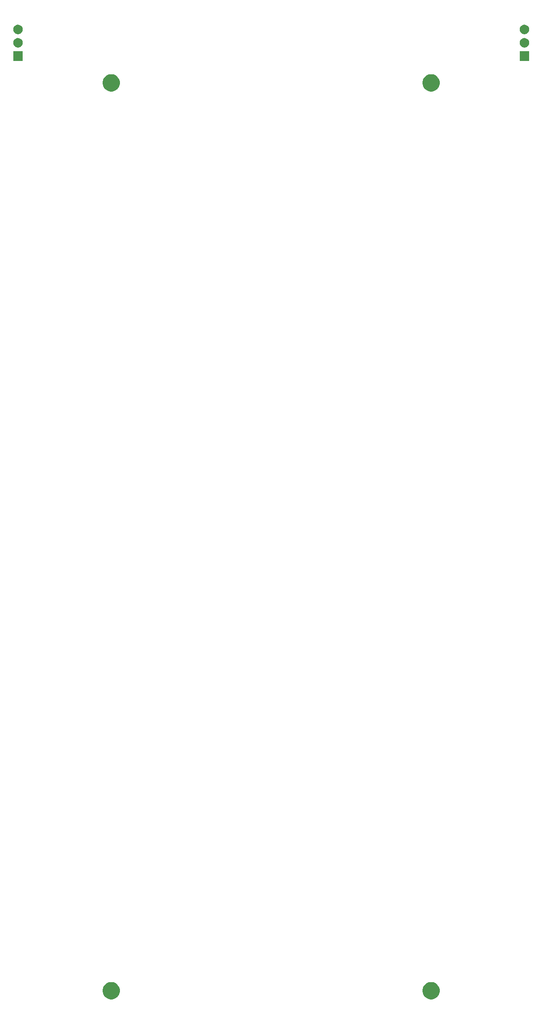
<source format=gbr>
G04 #@! TF.GenerationSoftware,KiCad,Pcbnew,(5.1.5)-3*
G04 #@! TF.CreationDate,2020-10-28T14:02:02+01:00*
G04 #@! TF.ProjectId,7segment,37736567-6d65-46e7-942e-6b696361645f,rev?*
G04 #@! TF.SameCoordinates,Original*
G04 #@! TF.FileFunction,Soldermask,Bot*
G04 #@! TF.FilePolarity,Negative*
%FSLAX46Y46*%
G04 Gerber Fmt 4.6, Leading zero omitted, Abs format (unit mm)*
G04 Created by KiCad (PCBNEW (5.1.5)-3) date 2020-10-28 14:02:02*
%MOMM*%
%LPD*%
G04 APERTURE LIST*
%ADD10C,0.100000*%
G04 APERTURE END LIST*
D10*
G36*
X63875256Y-201591298D02*
G01*
X63981579Y-201612447D01*
X64282042Y-201736903D01*
X64552451Y-201917585D01*
X64782415Y-202147549D01*
X64963097Y-202417958D01*
X65087553Y-202718421D01*
X65151000Y-203037391D01*
X65151000Y-203362609D01*
X65087553Y-203681579D01*
X64963097Y-203982042D01*
X64782415Y-204252451D01*
X64552451Y-204482415D01*
X64282042Y-204663097D01*
X63981579Y-204787553D01*
X63875256Y-204808702D01*
X63662611Y-204851000D01*
X63337389Y-204851000D01*
X63124744Y-204808702D01*
X63018421Y-204787553D01*
X62717958Y-204663097D01*
X62447549Y-204482415D01*
X62217585Y-204252451D01*
X62036903Y-203982042D01*
X61912447Y-203681579D01*
X61849000Y-203362609D01*
X61849000Y-203037391D01*
X61912447Y-202718421D01*
X62036903Y-202417958D01*
X62217585Y-202147549D01*
X62447549Y-201917585D01*
X62717958Y-201736903D01*
X63018421Y-201612447D01*
X63124744Y-201591298D01*
X63337389Y-201549000D01*
X63662611Y-201549000D01*
X63875256Y-201591298D01*
G37*
G36*
X124835256Y-201591298D02*
G01*
X124941579Y-201612447D01*
X125242042Y-201736903D01*
X125512451Y-201917585D01*
X125742415Y-202147549D01*
X125923097Y-202417958D01*
X126047553Y-202718421D01*
X126111000Y-203037391D01*
X126111000Y-203362609D01*
X126047553Y-203681579D01*
X125923097Y-203982042D01*
X125742415Y-204252451D01*
X125512451Y-204482415D01*
X125242042Y-204663097D01*
X124941579Y-204787553D01*
X124835256Y-204808702D01*
X124622611Y-204851000D01*
X124297389Y-204851000D01*
X124084744Y-204808702D01*
X123978421Y-204787553D01*
X123677958Y-204663097D01*
X123407549Y-204482415D01*
X123177585Y-204252451D01*
X122996903Y-203982042D01*
X122872447Y-203681579D01*
X122809000Y-203362609D01*
X122809000Y-203037391D01*
X122872447Y-202718421D01*
X122996903Y-202417958D01*
X123177585Y-202147549D01*
X123407549Y-201917585D01*
X123677958Y-201736903D01*
X123978421Y-201612447D01*
X124084744Y-201591298D01*
X124297389Y-201549000D01*
X124622611Y-201549000D01*
X124835256Y-201591298D01*
G37*
G36*
X63875256Y-28871298D02*
G01*
X63981579Y-28892447D01*
X64282042Y-29016903D01*
X64552451Y-29197585D01*
X64782415Y-29427549D01*
X64963097Y-29697958D01*
X65087553Y-29998421D01*
X65151000Y-30317391D01*
X65151000Y-30642609D01*
X65087553Y-30961579D01*
X64963097Y-31262042D01*
X64782415Y-31532451D01*
X64552451Y-31762415D01*
X64282042Y-31943097D01*
X63981579Y-32067553D01*
X63875256Y-32088702D01*
X63662611Y-32131000D01*
X63337389Y-32131000D01*
X63124744Y-32088702D01*
X63018421Y-32067553D01*
X62717958Y-31943097D01*
X62447549Y-31762415D01*
X62217585Y-31532451D01*
X62036903Y-31262042D01*
X61912447Y-30961579D01*
X61849000Y-30642609D01*
X61849000Y-30317391D01*
X61912447Y-29998421D01*
X62036903Y-29697958D01*
X62217585Y-29427549D01*
X62447549Y-29197585D01*
X62717958Y-29016903D01*
X63018421Y-28892447D01*
X63124744Y-28871298D01*
X63337389Y-28829000D01*
X63662611Y-28829000D01*
X63875256Y-28871298D01*
G37*
G36*
X124835256Y-28871298D02*
G01*
X124941579Y-28892447D01*
X125242042Y-29016903D01*
X125512451Y-29197585D01*
X125742415Y-29427549D01*
X125923097Y-29697958D01*
X126047553Y-29998421D01*
X126111000Y-30317391D01*
X126111000Y-30642609D01*
X126047553Y-30961579D01*
X125923097Y-31262042D01*
X125742415Y-31532451D01*
X125512451Y-31762415D01*
X125242042Y-31943097D01*
X124941579Y-32067553D01*
X124835256Y-32088702D01*
X124622611Y-32131000D01*
X124297389Y-32131000D01*
X124084744Y-32088702D01*
X123978421Y-32067553D01*
X123677958Y-31943097D01*
X123407549Y-31762415D01*
X123177585Y-31532451D01*
X122996903Y-31262042D01*
X122872447Y-30961579D01*
X122809000Y-30642609D01*
X122809000Y-30317391D01*
X122872447Y-29998421D01*
X122996903Y-29697958D01*
X123177585Y-29427549D01*
X123407549Y-29197585D01*
X123677958Y-29016903D01*
X123978421Y-28892447D01*
X124084744Y-28871298D01*
X124297389Y-28829000D01*
X124622611Y-28829000D01*
X124835256Y-28871298D01*
G37*
G36*
X46621000Y-26301000D02*
G01*
X44819000Y-26301000D01*
X44819000Y-24499000D01*
X46621000Y-24499000D01*
X46621000Y-26301000D01*
G37*
G36*
X143141000Y-26301000D02*
G01*
X141339000Y-26301000D01*
X141339000Y-24499000D01*
X143141000Y-24499000D01*
X143141000Y-26301000D01*
G37*
G36*
X45833512Y-21963927D02*
G01*
X45982812Y-21993624D01*
X46146784Y-22061544D01*
X46294354Y-22160147D01*
X46419853Y-22285646D01*
X46518456Y-22433216D01*
X46586376Y-22597188D01*
X46621000Y-22771259D01*
X46621000Y-22948741D01*
X46586376Y-23122812D01*
X46518456Y-23286784D01*
X46419853Y-23434354D01*
X46294354Y-23559853D01*
X46146784Y-23658456D01*
X45982812Y-23726376D01*
X45833512Y-23756073D01*
X45808742Y-23761000D01*
X45631258Y-23761000D01*
X45606488Y-23756073D01*
X45457188Y-23726376D01*
X45293216Y-23658456D01*
X45145646Y-23559853D01*
X45020147Y-23434354D01*
X44921544Y-23286784D01*
X44853624Y-23122812D01*
X44819000Y-22948741D01*
X44819000Y-22771259D01*
X44853624Y-22597188D01*
X44921544Y-22433216D01*
X45020147Y-22285646D01*
X45145646Y-22160147D01*
X45293216Y-22061544D01*
X45457188Y-21993624D01*
X45606488Y-21963927D01*
X45631258Y-21959000D01*
X45808742Y-21959000D01*
X45833512Y-21963927D01*
G37*
G36*
X142353512Y-21963927D02*
G01*
X142502812Y-21993624D01*
X142666784Y-22061544D01*
X142814354Y-22160147D01*
X142939853Y-22285646D01*
X143038456Y-22433216D01*
X143106376Y-22597188D01*
X143141000Y-22771259D01*
X143141000Y-22948741D01*
X143106376Y-23122812D01*
X143038456Y-23286784D01*
X142939853Y-23434354D01*
X142814354Y-23559853D01*
X142666784Y-23658456D01*
X142502812Y-23726376D01*
X142353512Y-23756073D01*
X142328742Y-23761000D01*
X142151258Y-23761000D01*
X142126488Y-23756073D01*
X141977188Y-23726376D01*
X141813216Y-23658456D01*
X141665646Y-23559853D01*
X141540147Y-23434354D01*
X141441544Y-23286784D01*
X141373624Y-23122812D01*
X141339000Y-22948741D01*
X141339000Y-22771259D01*
X141373624Y-22597188D01*
X141441544Y-22433216D01*
X141540147Y-22285646D01*
X141665646Y-22160147D01*
X141813216Y-22061544D01*
X141977188Y-21993624D01*
X142126488Y-21963927D01*
X142151258Y-21959000D01*
X142328742Y-21959000D01*
X142353512Y-21963927D01*
G37*
G36*
X45833512Y-19423927D02*
G01*
X45982812Y-19453624D01*
X46146784Y-19521544D01*
X46294354Y-19620147D01*
X46419853Y-19745646D01*
X46518456Y-19893216D01*
X46586376Y-20057188D01*
X46621000Y-20231259D01*
X46621000Y-20408741D01*
X46586376Y-20582812D01*
X46518456Y-20746784D01*
X46419853Y-20894354D01*
X46294354Y-21019853D01*
X46146784Y-21118456D01*
X45982812Y-21186376D01*
X45833512Y-21216073D01*
X45808742Y-21221000D01*
X45631258Y-21221000D01*
X45606488Y-21216073D01*
X45457188Y-21186376D01*
X45293216Y-21118456D01*
X45145646Y-21019853D01*
X45020147Y-20894354D01*
X44921544Y-20746784D01*
X44853624Y-20582812D01*
X44819000Y-20408741D01*
X44819000Y-20231259D01*
X44853624Y-20057188D01*
X44921544Y-19893216D01*
X45020147Y-19745646D01*
X45145646Y-19620147D01*
X45293216Y-19521544D01*
X45457188Y-19453624D01*
X45606488Y-19423927D01*
X45631258Y-19419000D01*
X45808742Y-19419000D01*
X45833512Y-19423927D01*
G37*
G36*
X142353512Y-19423927D02*
G01*
X142502812Y-19453624D01*
X142666784Y-19521544D01*
X142814354Y-19620147D01*
X142939853Y-19745646D01*
X143038456Y-19893216D01*
X143106376Y-20057188D01*
X143141000Y-20231259D01*
X143141000Y-20408741D01*
X143106376Y-20582812D01*
X143038456Y-20746784D01*
X142939853Y-20894354D01*
X142814354Y-21019853D01*
X142666784Y-21118456D01*
X142502812Y-21186376D01*
X142353512Y-21216073D01*
X142328742Y-21221000D01*
X142151258Y-21221000D01*
X142126488Y-21216073D01*
X141977188Y-21186376D01*
X141813216Y-21118456D01*
X141665646Y-21019853D01*
X141540147Y-20894354D01*
X141441544Y-20746784D01*
X141373624Y-20582812D01*
X141339000Y-20408741D01*
X141339000Y-20231259D01*
X141373624Y-20057188D01*
X141441544Y-19893216D01*
X141540147Y-19745646D01*
X141665646Y-19620147D01*
X141813216Y-19521544D01*
X141977188Y-19453624D01*
X142126488Y-19423927D01*
X142151258Y-19419000D01*
X142328742Y-19419000D01*
X142353512Y-19423927D01*
G37*
M02*

</source>
